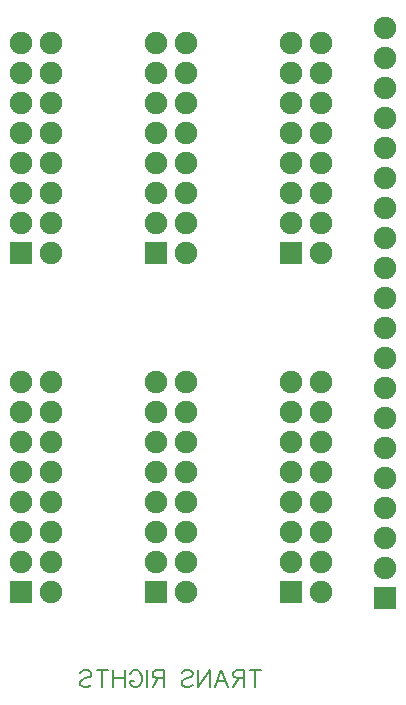
<source format=gbs>
G04 Layer: BottomSolderMaskLayer*
G04 EasyEDA v6.5.29, 2023-07-18 11:38:57*
G04 be89d959f12a418793a534216dc81482,5a6b42c53f6a479593ecc07194224c93,10*
G04 Gerber Generator version 0.2*
G04 Scale: 100 percent, Rotated: No, Reflected: No *
G04 Dimensions in millimeters *
G04 leading zeros omitted , absolute positions ,4 integer and 5 decimal *
%FSLAX45Y45*%
%MOMM*%

%AMMACRO1*1,1,$1,$2,$3*1,1,$1,$4,$5*1,1,$1,0-$2,0-$3*1,1,$1,0-$4,0-$5*20,1,$1,$2,$3,$4,$5,0*20,1,$1,$4,$5,0-$2,0-$3,0*20,1,$1,0-$2,0-$3,0-$4,0-$5,0*20,1,$1,0-$4,0-$5,$2,$3,0*4,1,4,$2,$3,$4,$5,0-$2,0-$3,0-$4,0-$5,$2,$3,0*%
%ADD10C,0.2032*%
%ADD11MACRO1,0.1016X0.9X-0.9X0.9X0.9*%
%ADD12C,1.9016*%
%ADD13MACRO1,0.1016X-0.9X-0.9X-0.9X0.9*%

%LPD*%
D10*
X2758973Y5625063D02*
G01*
X2758973Y5481881D01*
X2806700Y5625063D02*
G01*
X2711246Y5625063D01*
X2666245Y5625063D02*
G01*
X2666245Y5481881D01*
X2666245Y5625063D02*
G01*
X2604881Y5625063D01*
X2584427Y5618246D01*
X2577609Y5611426D01*
X2570792Y5597791D01*
X2570792Y5584154D01*
X2577609Y5570517D01*
X2584427Y5563699D01*
X2604881Y5556882D01*
X2666245Y5556882D01*
X2618519Y5556882D02*
G01*
X2570792Y5481881D01*
X2471247Y5625063D02*
G01*
X2525791Y5481881D01*
X2471247Y5625063D02*
G01*
X2416700Y5481881D01*
X2505336Y5529607D02*
G01*
X2437155Y5529607D01*
X2371702Y5625063D02*
G01*
X2371702Y5481881D01*
X2371702Y5625063D02*
G01*
X2276246Y5481881D01*
X2276246Y5625063D02*
G01*
X2276246Y5481881D01*
X2135792Y5604609D02*
G01*
X2149429Y5618246D01*
X2169883Y5625063D01*
X2197155Y5625063D01*
X2217610Y5618246D01*
X2231247Y5604609D01*
X2231247Y5590971D01*
X2224427Y5577337D01*
X2217610Y5570517D01*
X2203973Y5563699D01*
X2163063Y5550062D01*
X2149429Y5543245D01*
X2142609Y5536427D01*
X2135792Y5522790D01*
X2135792Y5502335D01*
X2149429Y5488698D01*
X2169883Y5481881D01*
X2197155Y5481881D01*
X2217610Y5488698D01*
X2231247Y5502335D01*
X1985792Y5625063D02*
G01*
X1985792Y5481881D01*
X1985792Y5625063D02*
G01*
X1924428Y5625063D01*
X1903973Y5618246D01*
X1897156Y5611426D01*
X1890339Y5597791D01*
X1890339Y5584154D01*
X1897156Y5570517D01*
X1903973Y5563699D01*
X1924428Y5556882D01*
X1985792Y5556882D01*
X1938065Y5556882D02*
G01*
X1890339Y5481881D01*
X1845337Y5625063D02*
G01*
X1845337Y5481881D01*
X1698066Y5590971D02*
G01*
X1704883Y5604609D01*
X1718520Y5618246D01*
X1732155Y5625063D01*
X1759430Y5625063D01*
X1773064Y5618246D01*
X1786702Y5604609D01*
X1793519Y5590971D01*
X1800339Y5570517D01*
X1800339Y5536427D01*
X1793519Y5515973D01*
X1786702Y5502335D01*
X1773064Y5488698D01*
X1759430Y5481881D01*
X1732155Y5481881D01*
X1718520Y5488698D01*
X1704883Y5502335D01*
X1698066Y5515973D01*
X1698066Y5536427D01*
X1732155Y5536427D02*
G01*
X1698066Y5536427D01*
X1653065Y5625063D02*
G01*
X1653065Y5481881D01*
X1557611Y5625063D02*
G01*
X1557611Y5481881D01*
X1653065Y5556882D02*
G01*
X1557611Y5556882D01*
X1464884Y5625063D02*
G01*
X1464884Y5481881D01*
X1512610Y5625063D02*
G01*
X1417157Y5625063D01*
X1276703Y5604609D02*
G01*
X1290340Y5618246D01*
X1310794Y5625063D01*
X1338066Y5625063D01*
X1358521Y5618246D01*
X1372156Y5604609D01*
X1372156Y5590971D01*
X1365338Y5577337D01*
X1358521Y5570517D01*
X1344884Y5563699D01*
X1303975Y5550062D01*
X1290340Y5543245D01*
X1283520Y5536427D01*
X1276703Y5522790D01*
X1276703Y5502335D01*
X1290340Y5488698D01*
X1310794Y5481881D01*
X1338066Y5481881D01*
X1358521Y5488698D01*
X1372156Y5502335D01*
D11*
G01*
X774700Y9156700D03*
D12*
G01*
X1028700Y9156700D03*
G01*
X774700Y9410700D03*
G01*
X1028700Y9410700D03*
G01*
X774700Y9664700D03*
G01*
X1028700Y9664700D03*
G01*
X774700Y9918700D03*
G01*
X1028700Y9918700D03*
G01*
X774700Y10172700D03*
G01*
X1028700Y10172700D03*
G01*
X774700Y10426700D03*
G01*
X1028700Y10426700D03*
G01*
X774700Y10680700D03*
G01*
X1028700Y10680700D03*
G01*
X774700Y10934700D03*
G01*
X1028700Y10934700D03*
D11*
G01*
X774700Y6286500D03*
D12*
G01*
X1028700Y6286500D03*
G01*
X774700Y6540500D03*
G01*
X1028700Y6540500D03*
G01*
X774700Y6794500D03*
G01*
X1028700Y6794500D03*
G01*
X774700Y7048500D03*
G01*
X1028700Y7048500D03*
G01*
X774700Y7302500D03*
G01*
X1028700Y7302500D03*
G01*
X774700Y7556500D03*
G01*
X1028700Y7556500D03*
G01*
X774700Y7810500D03*
G01*
X1028700Y7810500D03*
G01*
X774700Y8064500D03*
G01*
X1028700Y8064500D03*
D11*
G01*
X1917700Y9156700D03*
D12*
G01*
X2171700Y9156700D03*
G01*
X1917700Y9410700D03*
G01*
X2171700Y9410700D03*
G01*
X1917700Y9664700D03*
G01*
X2171700Y9664700D03*
G01*
X1917700Y9918700D03*
G01*
X2171700Y9918700D03*
G01*
X1917700Y10172700D03*
G01*
X2171700Y10172700D03*
G01*
X1917700Y10426700D03*
G01*
X2171700Y10426700D03*
G01*
X1917700Y10680700D03*
G01*
X2171700Y10680700D03*
G01*
X1917700Y10934700D03*
G01*
X2171700Y10934700D03*
D11*
G01*
X3060700Y9156700D03*
D12*
G01*
X3314700Y9156700D03*
G01*
X3060700Y9410700D03*
G01*
X3314700Y9410700D03*
G01*
X3060700Y9664700D03*
G01*
X3314700Y9664700D03*
G01*
X3060700Y9918700D03*
G01*
X3314700Y9918700D03*
G01*
X3060700Y10172700D03*
G01*
X3314700Y10172700D03*
G01*
X3060700Y10426700D03*
G01*
X3314700Y10426700D03*
G01*
X3060700Y10680700D03*
G01*
X3314700Y10680700D03*
G01*
X3060700Y10934700D03*
G01*
X3314700Y10934700D03*
D11*
G01*
X1917700Y6286500D03*
D12*
G01*
X2171700Y6286500D03*
G01*
X1917700Y6540500D03*
G01*
X2171700Y6540500D03*
G01*
X1917700Y6794500D03*
G01*
X2171700Y6794500D03*
G01*
X1917700Y7048500D03*
G01*
X2171700Y7048500D03*
G01*
X1917700Y7302500D03*
G01*
X2171700Y7302500D03*
G01*
X1917700Y7556500D03*
G01*
X2171700Y7556500D03*
G01*
X1917700Y7810500D03*
G01*
X2171700Y7810500D03*
G01*
X1917700Y8064500D03*
G01*
X2171700Y8064500D03*
D11*
G01*
X3060700Y6286500D03*
D12*
G01*
X3314700Y6286500D03*
G01*
X3060700Y6540500D03*
G01*
X3314700Y6540500D03*
G01*
X3060700Y6794500D03*
G01*
X3314700Y6794500D03*
G01*
X3060700Y7048500D03*
G01*
X3314700Y7048500D03*
G01*
X3060700Y7302500D03*
G01*
X3314700Y7302500D03*
G01*
X3060700Y7556500D03*
G01*
X3314700Y7556500D03*
G01*
X3060700Y7810500D03*
G01*
X3314700Y7810500D03*
G01*
X3060700Y8064500D03*
G01*
X3314700Y8064500D03*
G01*
X3860774Y11061700D03*
D13*
G01*
X3860792Y6235700D03*
D12*
G01*
X3860774Y6489700D03*
G01*
X3860774Y6743700D03*
G01*
X3860774Y6997700D03*
G01*
X3860774Y7251700D03*
G01*
X3860774Y7505700D03*
G01*
X3860774Y7759700D03*
G01*
X3860774Y8013700D03*
G01*
X3860774Y8267700D03*
G01*
X3860774Y8521700D03*
G01*
X3860774Y8775700D03*
G01*
X3860774Y9029700D03*
G01*
X3860774Y9283700D03*
G01*
X3860774Y9537700D03*
G01*
X3860774Y9791700D03*
G01*
X3860774Y10045700D03*
G01*
X3860774Y10299700D03*
G01*
X3860774Y10553700D03*
G01*
X3860774Y10807700D03*
M02*

</source>
